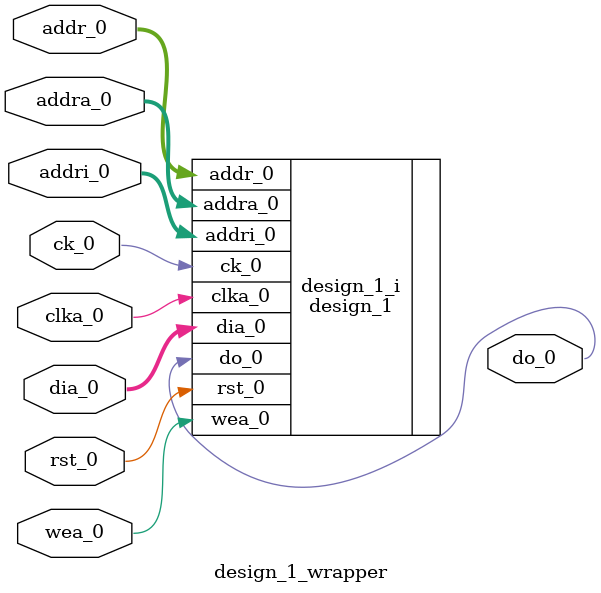
<source format=v>
`timescale 1 ps / 1 ps

module design_1_wrapper
   (addr_0,
    addra_0,
    addri_0,
    ck_0,
    clka_0,
    dia_0,
    do_0,
    rst_0,
    wea_0);
  input [7:0]addr_0;
  input [10:0]addra_0;
  input [11:0]addri_0;
  input ck_0;
  input clka_0;
  input [15:0]dia_0;
  output do_0;
  input rst_0;
  input wea_0;

  wire [7:0]addr_0;
  wire [10:0]addra_0;
  wire [11:0]addri_0;
  wire ck_0;
  wire clka_0;
  wire [15:0]dia_0;
  wire do_0;
  wire rst_0;
  wire wea_0;

  design_1 design_1_i
       (.addr_0(addr_0),
        .addra_0(addra_0),
        .addri_0(addri_0),
        .ck_0(ck_0),
        .clka_0(clka_0),
        .dia_0(dia_0),
        .do_0(do_0),
        .rst_0(rst_0),
        .wea_0(wea_0));
endmodule

</source>
